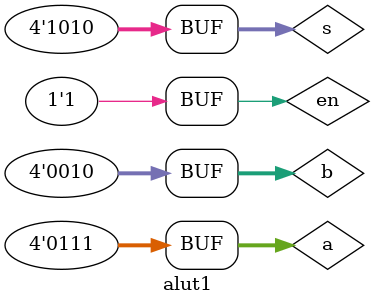
<source format=v>
module alut1;
reg [3:0] a;
reg [3:0] b;
reg [3:0] s;
reg en;
wire [7:0] y;
alu uut (
.a(a),
.b(b),
.s(s),
.en(en),
.y(y));
initial begin
a=0;b=0;s=0;en = 0;#10;
a=7;b=2; s=1;en=1; #10;
 s=2; #10;
 s=3; #10;
 s=4; #10;
 s=5; #10;
 s=6; #10;
 s=7; #10;
 s=8; #10;
 s=9; #10;
 s=10; #10;
end
endmodule

</source>
